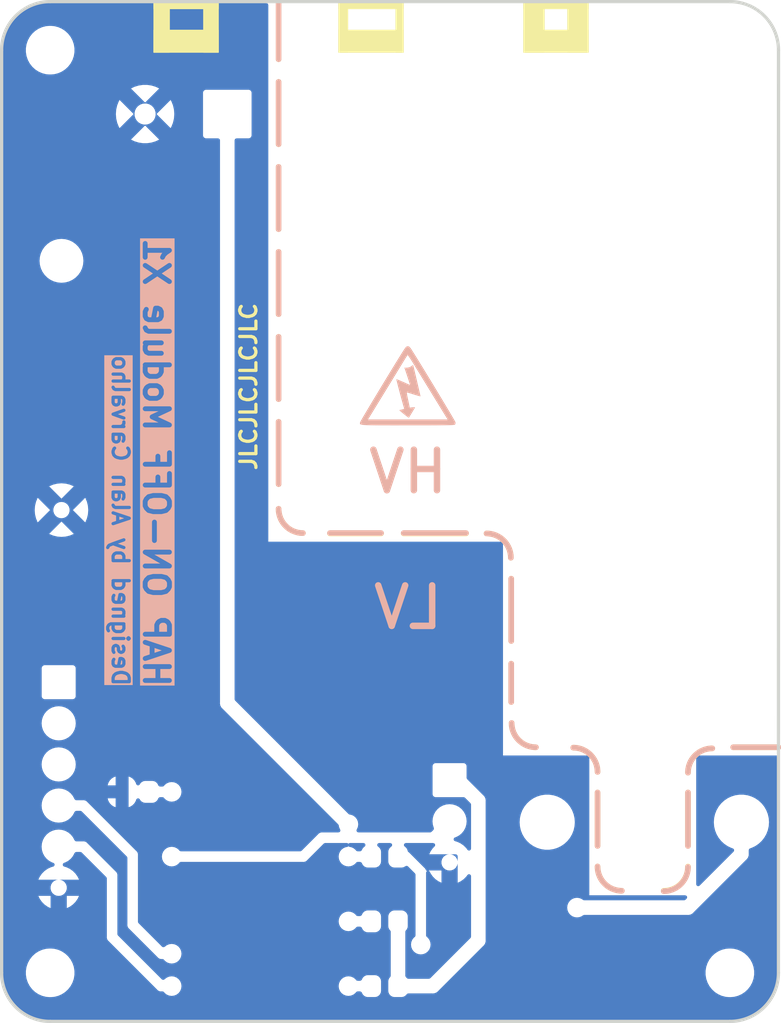
<source format=kicad_pcb>
(kicad_pcb (version 20221018) (generator pcbnew)
  (title_block (title "ON-OFF Module X1") (date "2024-05-02") (rev "1.0") (company "Alan Carvalho"))
  (layers (0 "F.Cu" signal) (31 "B.Cu" signal) (34 "B.Paste" user) (35 "F.Paste" user) (36 "B.SilkS" user "B.Silkscreen") (37 "F.SilkS" user "F.Silkscreen") (38 "B.Mask" user) (39 "F.Mask" user) (44 "Edge.Cuts" user))
  (net 0 "")
  (net 1 "GND")
  (footprint "MountingHole:MountingHole_2.5mm" (layer "F.Cu") (at 212.045482 24.7384 90)
    (fp_text reference "REF**" hide)
    (fp_text value "MountingHole_2.5mm" hide)
    (pad "" np_thru_hole circle (at 0 0 90) (size 2.5 2.5) (drill 2.5) (layers "F&B.Cu" "*.Mask"))
  )
  (footprint "MountingHole:MountingHole_2.5mm" (layer "F.Cu") (at 254.045482 81.7384 -90)
    (fp_text reference "REF**" hide)
    (fp_text value "MountingHole_2.5mm" hide)
    (pad "" np_thru_hole circle (at 0 0 270) (size 2.5 2.5) (drill 2.5) (layers "F&B.Cu" "*.Mask"))
  )
  (footprint "MountingHole:MountingHole_2.5mm" (layer "F.Cu") (at 212.045482 81.7384 90)
    (fp_text reference "REF**" hide)
    (fp_text value "MountingHole_2.5mm" hide)
    (pad "" np_thru_hole circle (at 0 0 90) (size 2.5 2.5) (drill 2.5) (layers "*.Cu" "*.Mask"))
  )
  (footprint "MountingHole:MountingHole_2.5mm" (layer "F.Cu") (at 254.045482 24.7384 -90)
    (fp_text reference "REF**" hide)
    (fp_text value "MountingHole_2.5mm" hide)
    (pad "" np_thru_hole circle (at 0 0 270) (size 2.5 2.5) (drill 2.5) (layers "F&B.Cu" "*.Mask"))
  )
  (footprint "LOGO" (layer "B.Cu") (at 234.161483 45.451546 180)
    (fp_text reference "G***" hide)
    (fp_text value "LOGO" hide)
    (fp_poly (pts (xy -0.284318 1.250802) (xy -0.221889 1.209596) (xy -0.190961 1.186699) (xy -0.075056 1.121489) (xy 0.058266 1.10019) (xy 0.075836 1.1) (xy 0.228815 1.1) (xy 0.050065 0.566666) (xy -0.008244 0.39112) (xy -0.057471 0.239891) (xy -0.094351 0.123262) (xy -0.115618 0.051519) (xy -0.119283 0.033333) (xy -0.087174 0.046328) (xy -0.005755 0.081939) (xy 0.113552 0.135103) (xy 0.259328 0.200759) (xy 0.299013 0.218733) (xy 0.450242 0.285519) (xy 0.57888 0.338957) (xy 0.673286 0.374463) (xy 0.721816 0.387454) (xy 0.725435 0.386628) (xy 0.720262 0.352867) (xy 0.699912 0.264818) (xy 0.66704 0.132433) (xy 0.624305 -0.034332) (xy 0.574362 -0.225523) (xy 0.519871 -0.431187) (xy 0.463487 -0.641369) (xy 0.407868 -0.846115) (xy 0.355672 -1.03547) (xy 0.309554 -1.199482) (xy 0.272174 -1.328195) (xy 0.246187 -1.411655) (xy 0.242718 -1.421683) (xy 0.263455 -1.451411) (xy 0.338797 -1.47724) (xy 0.373196 -1.483861) (xy 0.467545 -1.501891) (xy 0.532649 -1.518763) (xy 0.544107 -1.523546) (xy 0.526439 -1.546126) (xy 0.46806 -1.599149) (xy 0.381358 -1.672649) (xy 0.278717 -1.756664) (xy 0.172525 -1.84123) (xy 0.075167 -1.916384) (xy -0.00097 -1.972162) (xy -0.0435 -1.9986) (xy -0.047507 -1.999443) (xy -0.06462 -1.972589) (xy -0.108946 -1.900347) (xy -0.173308 -1.794468) (xy -0.23364 -1.694702) (xy -0.310343 -1.566551) (xy -0.373801 -1.458552) (xy -0.416227 -1.384081) (xy -0.429568 -1.358247) (xy -0.407825 -1.342202) (xy -0.329771 -1.342683) (xy -0.273959 -1.349047) (xy -0.105997 -1.372117) (xy -0.065998 -1.177725) (xy -0.038735 -1.047217) (xy -0.004212 -0.884671) (xy 0.030542 -0.723172) (xy 0.033763 -0.708334) (xy 0.057962 -0.583922) (xy 0.071056 -0.488829) (xy 0.071218 -0.437965) (xy 0.067462 -0.433334) (xy 0.027434 -0.442985) (xy -0.063133 -0.469346) (xy -0.19129 -0.508526) (xy -0.344086 -0.556633) (xy -0.363138 -0.562717) (xy -0.514996 -0.609714) (xy -0.641026 -0.645727) (xy -0.729319 -0.667575) (xy -0.767965 -0.672076) (xy -0.768744 -0.67105) (xy -0.761685 -0.634449) (xy -0.741453 -0.543086) (xy -0.710369 -0.406808) (xy -0.670755 -0.23546) (xy -0.624934 -0.038887) (xy -0.575227 0.173065) (xy -0.523957 0.39055) (xy -0.473444 0.603723) (xy -0.426012 0.802738) (xy -0.383983 0.977749) (xy -0.349677 1.11891) (xy -0.325418 1.216377) (xy -0.313527 1.260303) (xy -0.31293 1.261699)) (fill solid) (layer "B.SilkS"))
    (fp_poly (pts (xy 0.102338 2.401538) (xy 0.177528 2.325) (xy 0.221677 2.260531) (xy 0.294998 2.147066) (xy 0.394283 1.989901) (xy 0.516324 1.794331) (xy 0.657914 1.56565) (xy 0.815845 1.309154) (xy 0.986909 1.030138) (xy 1.167898 0.733896) (xy 1.355605 0.425725) (xy 1.546821 0.110918) (xy 1.73834 -0.205229) (xy 1.926953 -0.517422) (xy 2.109453 -0.820364) (xy 2.282631 -1.108761) (xy 2.44328 -1.377319) (xy 2.588193 -1.620741) (xy 2.714161 -1.833733) (xy 2.817977 -2.011) (xy 2.896434 -2.147247) (xy 2.946322 -2.237179) (xy 2.96441 -2.275305) (xy 2.970443 -2.308363) (xy 2.975289 -2.337388) (xy 2.97492 -2.362641) (xy 2.965309 -2.384386) (xy 2.942428 -2.402882) (xy 2.90225 -2.418392) (xy 2.840745 -2.431177) (xy 2.753888 -2.441499) (xy 2.637651 -2.449618) (xy 2.488004 -2.455797) (xy 2.300922 -2.460297) (xy 2.072376 -2.463379) (xy 1.798338 -2.465304) (xy 1.474781 -2.466335) (xy 1.097677 -2.466733) (xy 0.662999 -2.466759) (xy 0.166719 -2.466675) (xy 0.016688 -2.466667) (xy -0.494069 -2.466556) (xy -0.942128 -2.466177) (xy -1.331544 -2.465462) (xy -1.666372 -2.464341) (xy -1.950669 -2.462745) (xy -2.188489 -2.460606) (xy -2.383888 -2.457853) (xy -2.540922 -2.454419) (xy -2.663646 -2.450234) (xy -2.756115 -2.44523) (xy -2.822385 -2.439336) (xy -2.866512 -2.432485) (xy -2.892551 -2.424606) (xy -2.903557 -2.416972) (xy -2.929781 -2.348386) (xy -2.930893 -2.275305) (xy -2.912188 -2.236074) (xy -2.861764 -2.145322) (xy -2.835646 -2.1) (xy -2.444209 -2.1) (xy 0.016688 -2.1) (xy 2.477585 -2.1) (xy 2.428825 -2.025) (xy 2.402073 -1.982217) (xy 2.344258 -1.888616) (xy 2.259103 -1.750275) (xy 2.150334 -1.573273) (xy 2.021673 -1.36369) (xy 1.876847 -1.127604) (xy 1.71958 -0.871096) (xy 1.553595 -0.600243) (xy 1.382618 -0.321125) (xy 1.210374 -0.039821) (xy 1.040586 0.23759) (xy 0.87698 0.505028) (xy 0.723279 0.756415) (xy 0.583209 0.985671) (xy 0.460493 1.186717) (xy 0.358857 1.353475) (xy 0.350827 1.366666) (xy 0.25234 1.527852) (xy 0.165187 1.669325) (xy 0.09555 1.781142) (xy 0.049611 1.85336) (xy 0.034391 1.875599) (xy 0.010733 1.857115) (xy -0.0411 1.789973) (xy -0.115125 1.68279) (xy -0.205354 1.544182) (xy -0.289804 1.408932) (xy -0.369233 1.27939) (xy -0.478512 1.101088) (xy -0.612671 0.88214) (xy -0.766737 0.630664) (xy -0.935738 0.354774) (xy -1.114702 0.062588) (xy -1.298657 -0.23778) (xy -1.469439 -0.516667) (xy -1.642515 -0.799233) (xy -1.806181 -1.066277) (xy -1.95691 -1.312053) (xy -2.091173 -1.530816) (xy -2.205443 -1.716822) (xy -2.296192 -1.864327) (xy -2.359893 -1.967584) (xy -2.393018 -2.020851) (xy -2.395664 -2.025) (xy -2.444209 -2.1) (xy -2.835646 -2.1) (xy -2.782829 -2.008346) (xy -2.678591 -1.83044) (xy -2.552257 -1.616898) (xy -2.407035 -1.373015) (xy -2.246133 -1.104086) (xy -2.072758 -0.815404) (xy -1.890117 -0.512266) (xy -1.701418 -0.199964) (xy -1.50987 0.116206) (xy -1.318678 0.430949) (xy -1.131052 0.738972) (xy -0.950197 1.034979) (xy -0.779323 1.313676) (xy -0.621637 1.569768) (xy -0.480346 1.797961) (xy -0.358658 1.992961) (xy -0.25978 2.149472) (xy -0.186919 2.2622) (xy -0.14392 2.325) (xy -0.057984 2.408915) (xy 0.016688 2.433333)) (fill solid) (layer "B.SilkS"))
  )
  (gr_line (start 251.457483 70.597546) (end 251.457483 73.899546) (stroke (width 0.35) (type dash)) (layer "B.SilkS"))
  (gr_arc (start 227.660483 54.571546) (mid 226.599824 54.132206) (end 226.160483 53.071546) (stroke (width 0.35)) (layer "B.SilkS"))
  (gr_arc (start 244.369483 67.827546) (mid 245.430144 68.266886) (end 245.869483 69.327546) (stroke (width 0.35)) (layer "B.SilkS"))
  (gr_line (start 240.535483 57.389546) (end 240.535483 65.009546) (stroke (width 0.35) (type dash)) (layer "B.SilkS"))
  (gr_line (start 245.869483 70.597546) (end 245.869483 73.899546) (stroke (width 0.35) (type dash)) (layer "B.SilkS"))
  (gr_arc (start 242.059483 67.803546) (mid 240.998824 67.364206) (end 240.559483 66.303546) (stroke (width 0.35)) (layer "B.SilkS"))
  (gr_arc (start 247.369483 76.669546) (mid 246.308824 76.230206) (end 245.869483 75.169546) (stroke (width 0.35)) (layer "B.SilkS"))
  (gr_line (start 237.741483 54.571546) (end 229.335483 54.571546) (stroke (width 0.35) (type dash)) (layer "B.SilkS"))
  (gr_arc (start 239.011483 54.595546) (mid 240.072144 55.034886) (end 240.511483 56.095546) (stroke (width 0.35)) (layer "B.SilkS"))
  (gr_arc (start 251.457483 75.193546) (mid 251.018144 76.254207) (end 249.957483 76.693546) (stroke (width 0.35)) (layer "B.SilkS"))
  (gr_line (start 226.160483 51.547546) (end 226.160483 21.829546) (stroke (width 0.35) (type dash)) (layer "B.SilkS"))
  (gr_arc (start 251.457483 69.372192) (mid 251.896843 68.311568) (end 252.957483 67.872192) (stroke (width 0.35)) (layer "B.SilkS"))
  (gr_line (start 254.251483 67.803546) (end 257.045483 67.803546) (stroke (width 0.35) (type dash)) (layer "B.SilkS"))
  (gr_line (start 245.869483 70.597546) (end 245.869483 73.899546) (stroke (width 0.35) (type dash)) (layer "F.SilkS"))
  (gr_line (start 251.457483 70.597546) (end 251.457483 73.899546) (stroke (width 0.35) (type dash)) (layer "F.SilkS"))
  (gr_rect (start 233.407183 21.721846) (end 233.864383 24.871446) (stroke (width 0.05)) (fill solid) (layer "F.SilkS"))
  (gr_rect (start 241.306583 23.499846) (end 245.294383 24.871446) (stroke (width 0.05)) (fill solid) (layer "F.SilkS"))
  (gr_rect (start 221.524983 21.721846) (end 222.439383 24.871446) (stroke (width 0.05)) (fill solid) (layer "F.SilkS"))
  (gr_arc (start 242.059483 67.803546) (mid 240.998824 67.364206) (end 240.559483 66.303546) (stroke (width 0.35)) (layer "F.SilkS"))
  (gr_rect (start 218.451583 21.721846) (end 219.416783 24.871446) (stroke (width 0.05)) (fill solid) (layer "F.SilkS"))
  (gr_line (start 240.535483 57.389546) (end 240.535483 65.009546) (stroke (width 0.35) (type dash)) (layer "F.SilkS"))
  (gr_arc (start 227.660483 54.571546) (mid 226.599824 54.132206) (end 226.160483 53.071546) (stroke (width 0.35)) (layer "F.SilkS"))
  (gr_rect (start 241.306583 21.721846) (end 242.576583 24.871446) (stroke (width 0.05)) (fill solid) (layer "F.SilkS"))
  (gr_arc (start 247.369483 76.669546) (mid 246.308824 76.230206) (end 245.869483 75.169546) (stroke (width 0.35)) (layer "F.SilkS"))
  (gr_rect (start 241.306583 21.721846) (end 245.294383 22.179046) (stroke (width 0.05)) (fill solid) (layer "F.SilkS"))
  (gr_rect (start 229.876583 21.721846) (end 233.864383 22.179046) (stroke (width 0.05)) (fill solid) (layer "F.SilkS"))
  (gr_arc (start 244.369483 67.827546) (mid 245.430144 68.266886) (end 245.869483 69.327546) (stroke (width 0.35)) (layer "F.SilkS"))
  (gr_line (start 254.251483 67.803546) (end 257.045483 67.803546) (stroke (width 0.35) (type dash)) (layer "F.SilkS"))
  (gr_arc (start 239.011483 54.595546) (mid 240.072144 55.034886) (end 240.511483 56.095546) (stroke (width 0.35)) (layer "F.SilkS"))
  (gr_line (start 237.741483 54.595546) (end 229.335483 54.595546) (stroke (width 0.35) (type dash)) (layer "F.SilkS"))
  (gr_rect (start 218.451583 21.721846) (end 222.439383 22.179046) (stroke (width 0.05)) (fill solid) (layer "F.SilkS"))
  (gr_arc (start 251.457483 69.372192) (mid 251.896843 68.311568) (end 252.957483 67.872192) (stroke (width 0.35)) (layer "F.SilkS"))
  (gr_rect (start 218.451583 23.499846) (end 222.439383 24.871446) (stroke (width 0.05)) (fill solid) (layer "F.SilkS"))
  (gr_rect (start 244.024383 21.721846) (end 245.294383 24.871446) (stroke (width 0.05)) (fill solid) (layer "F.SilkS"))
  (gr_rect (start 229.876583 21.721846) (end 230.435383 24.871446) (stroke (width 0.05)) (fill solid) (layer "F.SilkS"))
  (gr_line (start 226.160483 51.547546) (end 226.160483 21.829546) (stroke (width 0.35) (type dash)) (layer "F.SilkS"))
  (gr_rect (start 229.876583 23.499846) (end 233.864383 24.871446) (stroke (width 0.05)) (fill solid) (layer "F.SilkS"))
  (gr_arc (start 251.457483 75.169546) (mid 251.018144 76.230207) (end 249.957483 76.669546) (stroke (width 0.35)) (layer "F.SilkS"))
  (gr_line (start 212.045482 21.7384) (end 254.050516 21.7384) (stroke (width 0.2)) (layer "Edge.Cuts"))
  (gr_arc (start 212.045482 84.7384) (mid 209.924115 83.859752) (end 209.045482 81.7384) (stroke (width 0.2)) (layer "Edge.Cuts"))
  (gr_line (start 209.045482 81.7384) (end 209.045482 24.7384) (stroke (width 0.2)) (layer "Edge.Cuts"))
  (gr_line (start 212.045482 84.7384) (end 254.045483 84.7384) (stroke (width 0.2)) (layer "Edge.Cuts"))
  (gr_line (start 257.050516 24.7384) (end 257.045483 81.7384) (stroke (width 0.2)) (layer "Edge.Cuts"))
  (gr_arc (start 254.050516 21.7384) (mid 256.171861 22.617059) (end 257.050516 24.7384) (stroke (width 0.2)) (layer "Edge.Cuts"))
  (gr_arc (start 209.045482 24.7384) (mid 209.924149 22.617081) (end 212.045482 21.7384) (stroke (width 0.2)) (layer "Edge.Cuts"))
  (gr_arc (start 257.045483 81.7384) (mid 256.166814 83.859716) (end 254.045483 84.7384) (stroke (width 0.2)) (layer "Edge.Cuts"))
  (gr_text "LV" (at 234.161483 59.167546) (layer "B.SilkS") (effects (font (size 2.5 2.5) (thickness 0.4) bold) (justify mirror)))
  (gr_text "HV" (at 234.161483 50.785546) (layer "B.SilkS") (effects (font (size 2.5 2.5) (thickness 0.4) bold) (justify mirror)))
  (gr_text "Designed by Alan Carvalho" (at 215.80034 64.119975 270) (layer "B.SilkS" knockout) (effects (font (size 1 1) (thickness 0.2) bold) (justify left bottom mirror)))
  (gr_text "HAP ON-OFF Module X1" (at 218.59434 50.21226 270) (layer "B.SilkS" knockout) (effects (font (size 1.5 1.5) (thickness 0.3) bold) (justify mirror)))
  (gr_text "JLCJLCJLCJLC" (at 224.890483 50.794404 90) (layer "F.SilkS") (effects (font (size 1 1) (thickness 0.2) bold) (justify left bottom)))
  (zone (net 1) (net_name "GND") (layer "B.Cu") (connect_pads (clearance 0)) (min_thickness 0.25) (fill yes (thermal_gap 0.5) (thermal_bridge_width 1))
    (polygon (pts (xy 209.039483 21.829546) (xy 225.525483 21.829546) (xy 225.525483 55.103546) (xy 240.027483 55.103546) (xy 240.027483 68.311546) (xy 245.361483 68.311546) (xy 245.361483 76.947546) (xy 251.965483 76.947546) (xy 251.965483 68.311546) (xy 257.045483 68.311546) (xy 257.045483 84.821546) (xy 209.039483 84.821546)))
  )
)
</source>
